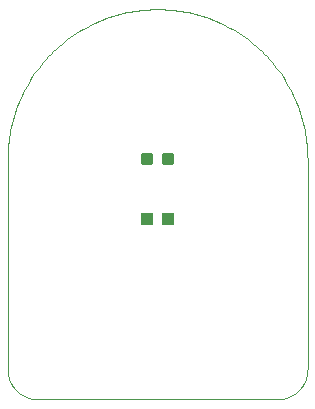
<source format=gtp>
G75*
%MOIN*%
%OFA0B0*%
%FSLAX25Y25*%
%IPPOS*%
%LPD*%
%AMOC8*
5,1,8,0,0,1.08239X$1,22.5*
%
%ADD10C,0.00000*%
%ADD11R,0.04331X0.03937*%
%ADD12C,0.01181*%
D10*
X0016800Y0024006D02*
X0096800Y0024006D01*
X0097042Y0024009D01*
X0097283Y0024018D01*
X0097524Y0024032D01*
X0097765Y0024053D01*
X0098005Y0024079D01*
X0098245Y0024111D01*
X0098484Y0024149D01*
X0098721Y0024192D01*
X0098958Y0024242D01*
X0099193Y0024297D01*
X0099427Y0024357D01*
X0099659Y0024424D01*
X0099890Y0024495D01*
X0100119Y0024573D01*
X0100346Y0024656D01*
X0100571Y0024744D01*
X0100794Y0024838D01*
X0101014Y0024937D01*
X0101232Y0025042D01*
X0101447Y0025151D01*
X0101660Y0025266D01*
X0101870Y0025386D01*
X0102076Y0025511D01*
X0102280Y0025641D01*
X0102481Y0025776D01*
X0102678Y0025916D01*
X0102872Y0026060D01*
X0103062Y0026209D01*
X0103248Y0026363D01*
X0103431Y0026521D01*
X0103610Y0026683D01*
X0103785Y0026850D01*
X0103956Y0027021D01*
X0104123Y0027196D01*
X0104285Y0027375D01*
X0104443Y0027558D01*
X0104597Y0027744D01*
X0104746Y0027934D01*
X0104890Y0028128D01*
X0105030Y0028325D01*
X0105165Y0028526D01*
X0105295Y0028730D01*
X0105420Y0028936D01*
X0105540Y0029146D01*
X0105655Y0029359D01*
X0105764Y0029574D01*
X0105869Y0029792D01*
X0105968Y0030012D01*
X0106062Y0030235D01*
X0106150Y0030460D01*
X0106233Y0030687D01*
X0106311Y0030916D01*
X0106382Y0031147D01*
X0106449Y0031379D01*
X0106509Y0031613D01*
X0106564Y0031848D01*
X0106614Y0032085D01*
X0106657Y0032322D01*
X0106695Y0032561D01*
X0106727Y0032801D01*
X0106753Y0033041D01*
X0106774Y0033282D01*
X0106788Y0033523D01*
X0106797Y0033764D01*
X0106800Y0034006D01*
X0106800Y0104006D01*
X0106785Y0105224D01*
X0106741Y0106440D01*
X0106667Y0107656D01*
X0106563Y0108869D01*
X0106430Y0110079D01*
X0106267Y0111286D01*
X0106075Y0112488D01*
X0105854Y0113686D01*
X0105604Y0114878D01*
X0105325Y0116063D01*
X0105017Y0117241D01*
X0104680Y0118411D01*
X0104315Y0119573D01*
X0103922Y0120725D01*
X0103501Y0121868D01*
X0103052Y0122999D01*
X0102576Y0124120D01*
X0102072Y0125229D01*
X0101542Y0126325D01*
X0100985Y0127408D01*
X0100402Y0128477D01*
X0099794Y0129531D01*
X0099159Y0130571D01*
X0098500Y0131594D01*
X0097816Y0132602D01*
X0097107Y0133592D01*
X0096375Y0134565D01*
X0095619Y0135519D01*
X0094840Y0136455D01*
X0094039Y0137372D01*
X0093215Y0138269D01*
X0092370Y0139145D01*
X0091504Y0140001D01*
X0090617Y0140836D01*
X0089710Y0141648D01*
X0088784Y0142438D01*
X0087838Y0143206D01*
X0086875Y0143950D01*
X0085893Y0144670D01*
X0084894Y0145367D01*
X0083879Y0146039D01*
X0082847Y0146686D01*
X0081800Y0147307D01*
X0080738Y0147903D01*
X0079662Y0148473D01*
X0078573Y0149017D01*
X0077470Y0149533D01*
X0076355Y0150023D01*
X0075229Y0150486D01*
X0074092Y0150921D01*
X0072944Y0151328D01*
X0071787Y0151707D01*
X0070621Y0152058D01*
X0069447Y0152380D01*
X0068265Y0152674D01*
X0067076Y0152939D01*
X0065882Y0153174D01*
X0064682Y0153381D01*
X0063477Y0153558D01*
X0062269Y0153706D01*
X0061057Y0153824D01*
X0059842Y0153913D01*
X0058626Y0153973D01*
X0057409Y0154002D01*
X0056191Y0154002D01*
X0054974Y0153973D01*
X0053758Y0153913D01*
X0052543Y0153824D01*
X0051331Y0153706D01*
X0050123Y0153558D01*
X0048918Y0153381D01*
X0047718Y0153174D01*
X0046524Y0152939D01*
X0045335Y0152674D01*
X0044153Y0152380D01*
X0042979Y0152058D01*
X0041813Y0151707D01*
X0040656Y0151328D01*
X0039508Y0150921D01*
X0038371Y0150486D01*
X0037245Y0150023D01*
X0036130Y0149533D01*
X0035027Y0149017D01*
X0033938Y0148473D01*
X0032862Y0147903D01*
X0031800Y0147307D01*
X0030753Y0146686D01*
X0029721Y0146039D01*
X0028706Y0145367D01*
X0027707Y0144670D01*
X0026725Y0143950D01*
X0025762Y0143206D01*
X0024816Y0142438D01*
X0023890Y0141648D01*
X0022983Y0140836D01*
X0022096Y0140001D01*
X0021230Y0139145D01*
X0020385Y0138269D01*
X0019561Y0137372D01*
X0018760Y0136455D01*
X0017981Y0135519D01*
X0017225Y0134565D01*
X0016493Y0133592D01*
X0015784Y0132602D01*
X0015100Y0131594D01*
X0014441Y0130571D01*
X0013806Y0129531D01*
X0013198Y0128477D01*
X0012615Y0127408D01*
X0012058Y0126325D01*
X0011528Y0125229D01*
X0011024Y0124120D01*
X0010548Y0122999D01*
X0010099Y0121868D01*
X0009678Y0120725D01*
X0009285Y0119573D01*
X0008920Y0118411D01*
X0008583Y0117241D01*
X0008275Y0116063D01*
X0007996Y0114878D01*
X0007746Y0113686D01*
X0007525Y0112488D01*
X0007333Y0111286D01*
X0007170Y0110079D01*
X0007037Y0108869D01*
X0006933Y0107656D01*
X0006859Y0106440D01*
X0006815Y0105224D01*
X0006800Y0104006D01*
X0006800Y0034006D01*
X0006803Y0033764D01*
X0006812Y0033523D01*
X0006826Y0033282D01*
X0006847Y0033041D01*
X0006873Y0032801D01*
X0006905Y0032561D01*
X0006943Y0032322D01*
X0006986Y0032085D01*
X0007036Y0031848D01*
X0007091Y0031613D01*
X0007151Y0031379D01*
X0007218Y0031147D01*
X0007289Y0030916D01*
X0007367Y0030687D01*
X0007450Y0030460D01*
X0007538Y0030235D01*
X0007632Y0030012D01*
X0007731Y0029792D01*
X0007836Y0029574D01*
X0007945Y0029359D01*
X0008060Y0029146D01*
X0008180Y0028936D01*
X0008305Y0028730D01*
X0008435Y0028526D01*
X0008570Y0028325D01*
X0008710Y0028128D01*
X0008854Y0027934D01*
X0009003Y0027744D01*
X0009157Y0027558D01*
X0009315Y0027375D01*
X0009477Y0027196D01*
X0009644Y0027021D01*
X0009815Y0026850D01*
X0009990Y0026683D01*
X0010169Y0026521D01*
X0010352Y0026363D01*
X0010538Y0026209D01*
X0010728Y0026060D01*
X0010922Y0025916D01*
X0011119Y0025776D01*
X0011320Y0025641D01*
X0011524Y0025511D01*
X0011730Y0025386D01*
X0011940Y0025266D01*
X0012153Y0025151D01*
X0012368Y0025042D01*
X0012586Y0024937D01*
X0012806Y0024838D01*
X0013029Y0024744D01*
X0013254Y0024656D01*
X0013481Y0024573D01*
X0013710Y0024495D01*
X0013941Y0024424D01*
X0014173Y0024357D01*
X0014407Y0024297D01*
X0014642Y0024242D01*
X0014879Y0024192D01*
X0015116Y0024149D01*
X0015355Y0024111D01*
X0015595Y0024079D01*
X0015835Y0024053D01*
X0016076Y0024032D01*
X0016317Y0024018D01*
X0016558Y0024009D01*
X0016800Y0024006D01*
D11*
X0053454Y0084006D03*
X0060146Y0084006D03*
D12*
X0058875Y0102628D02*
X0058875Y0105384D01*
X0061631Y0105384D01*
X0061631Y0102628D01*
X0058875Y0102628D01*
X0058875Y0103808D02*
X0061631Y0103808D01*
X0061631Y0104988D02*
X0058875Y0104988D01*
X0051969Y0105384D02*
X0051969Y0102628D01*
X0051969Y0105384D02*
X0054725Y0105384D01*
X0054725Y0102628D01*
X0051969Y0102628D01*
X0051969Y0103808D02*
X0054725Y0103808D01*
X0054725Y0104988D02*
X0051969Y0104988D01*
M02*

</source>
